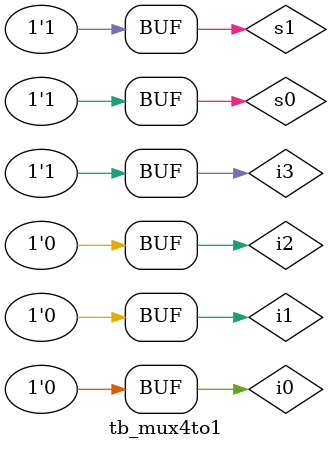
<source format=v>
`timescale 1ns / 1ps

module tb_mux4to1(

    );
    reg i0,i1,i2,i3,s0,s1;
    wire t1,t2;
    wire o;
    
    mux4to1_top uut(.i0(i0),.i1(i1),.i2(i2),.i3(i3),.s0(s0),.s1(s1),.o(o),.t1(t1),.t2(t2));
    initial begin 
    i0=1;i1=0;i2=0;i3=0;s0=0;s1=0;
    #2 i0=0;i1=0;i2=0;i3=0;s0=0;s1=0;
    #2 i0=0;i1=1;i2=1;i3=0;s0=0;s1=1;
    #2 i0=0;i1=0;i2=0;i3=0;s0=1;s1=0;
    #2 i0=0;i1=0;i2=0;i3=1;s0=1;s1=1;
   
    end
        
endmodule

</source>
